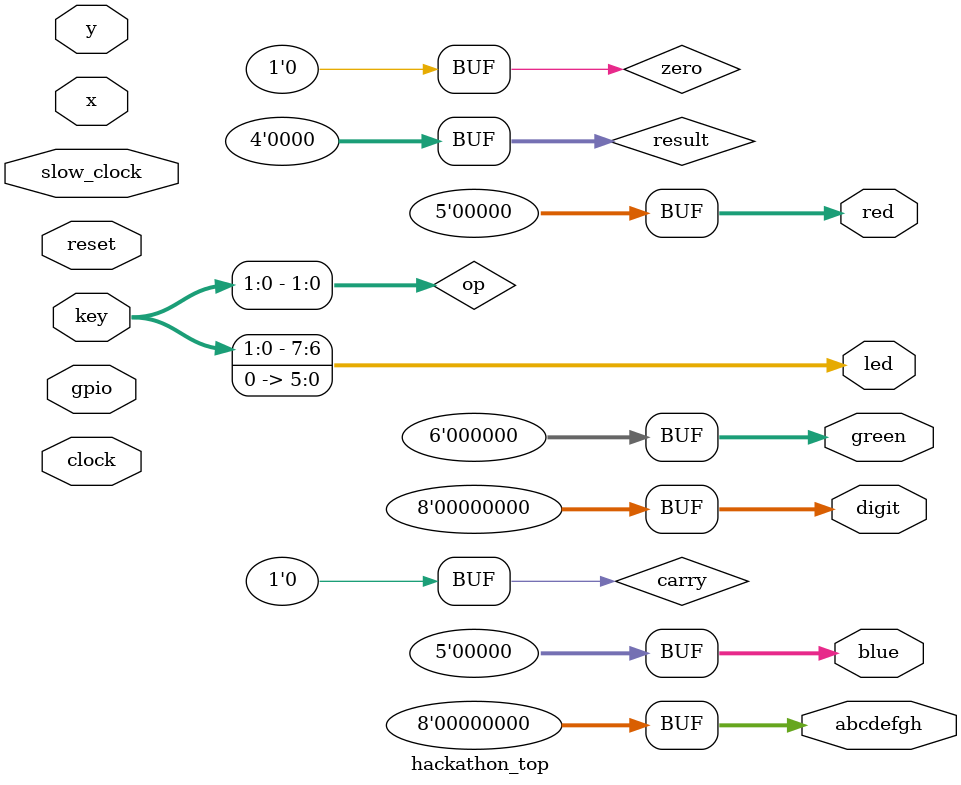
<source format=sv>

module hackathon_top
(
    input  logic       clock,
    input  logic       slow_clock,
    input  logic       reset,

    input  logic [7:0] key,
    output logic [7:0] led,

    output logic [7:0] abcdefgh, // unused
    output logic [7:0] digit,

    input  logic [8:0] x,
    input  logic [8:0] y,
    output logic [4:0] red,
    output logic [5:0] green,
    output logic [4:0] blue,

    inout  logic [3:0] gpio
);

    assign abcdefgh = '0;
    assign digit    = '0;
    assign red      = '0;
    assign green    = '0;
    assign blue     = '0;

    // -------------------------------------------------------------------------
    // Inputs: operands A, B and operation selector op
    // -------------------------------------------------------------------------
    //
    // Suggested mapping:
    //   A = sw[3:0]
    //   B = sw[7:4]
    //   op = key[1:0]
    //
    // If the board wrapper has no switches, adapt to key[].

    logic [7:0] sw;  // optional if switches exist

    logic [3:0] A;
    logic [3:0] B;
    logic [1:0] op;

    assign A  = sw[3:0];
    assign B  = sw[7:4];
    assign op = key[1:0];

    // -------------------------------------------------------------------------
    // 4-bit Mini ALU
    // -------------------------------------------------------------------------

    logic [3:0] result;
    logic       carry;
    logic       zero;

    always_comb
    begin
        result = 4'd0;
        carry  = 1'b0;
        zero   = 1'b0;

        // TODO: implement ALU using a case on op
        //
        // case (op)
        //   2'b00: begin
        //       // A + B using 5-bit extended addition
        //   end
        //
        //   2'b01: begin
        //       // A - B using 5-bit extended subtraction
        //   end
        //
        //   2'b10: begin
        //       // A & B
        //   end
        //
        //   2'b11: begin
        //       // A ^ B (or A | B)
        //   end
        // endcase
        //
        // zero = (result == 4'd0);
    end

    // -------------------------------------------------------------------------
    // LED Output Mapping
    // -------------------------------------------------------------------------
    //
    //   led[3:0] = result
    //   led[4]   = carry
    //   led[5]   = zero
    //   led[7:6] = op

    always_comb
    begin
        led = 8'b0000_0000;

        led[3:0] = result;
        led[4]   = carry;
        led[5]   = zero;
        led[7:6] = op;
    end

endmodule

</source>
